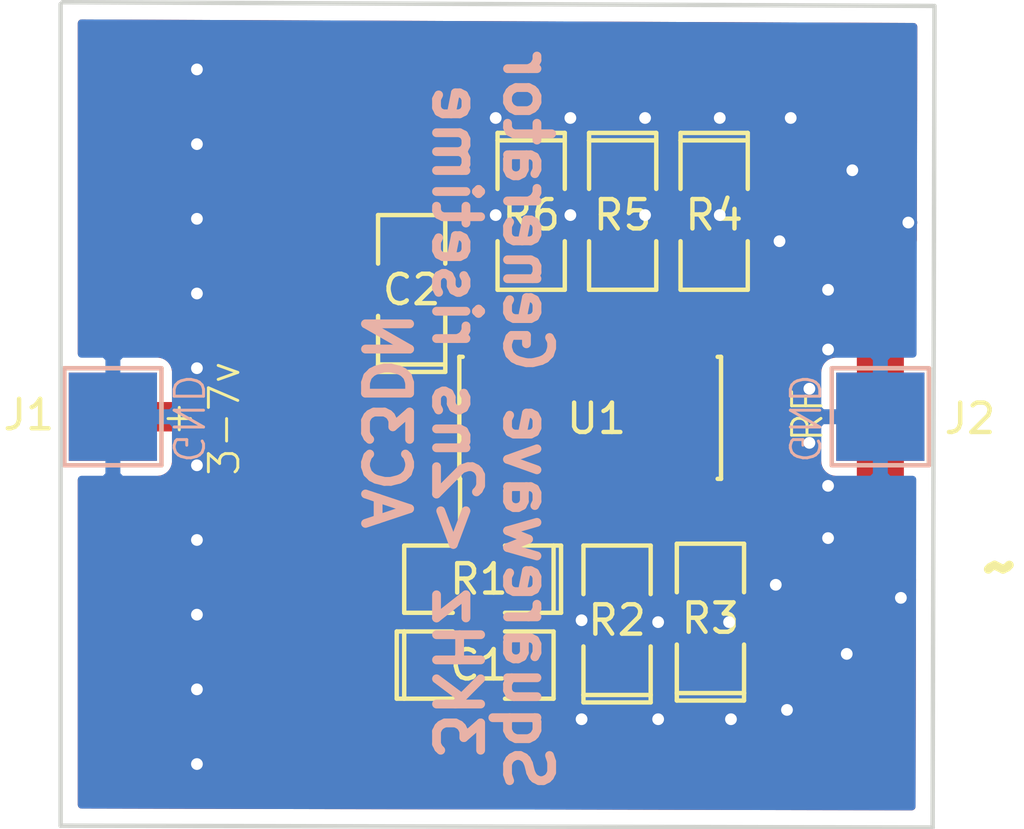
<source format=kicad_pcb>
(kicad_pcb (version 20171130) (host pcbnew "(5.0.1-3-g963ef8bb5)")

  (general
    (thickness 1.6)
    (drawings 10)
    (tracks 93)
    (zones 0)
    (modules 11)
    (nets 13)
  )

  (page A4)
  (layers
    (0 F.Cu signal)
    (31 B.Cu signal)
    (32 B.Adhes user)
    (33 F.Adhes user)
    (34 B.Paste user)
    (35 F.Paste user)
    (36 B.SilkS user)
    (37 F.SilkS user)
    (38 B.Mask user)
    (39 F.Mask user)
    (40 Dwgs.User user)
    (41 Cmts.User user)
    (42 Eco1.User user)
    (43 Eco2.User user)
    (44 Edge.Cuts user)
    (45 Margin user)
    (46 B.CrtYd user)
    (47 F.CrtYd user)
    (48 B.Fab user hide)
    (49 F.Fab user hide)
  )

  (setup
    (last_trace_width 1)
    (user_trace_width 1)
    (user_trace_width 1.6)
    (trace_clearance 0.2)
    (zone_clearance 0.508)
    (zone_45_only no)
    (trace_min 0.2)
    (segment_width 0.1)
    (edge_width 0.15)
    (via_size 0.6)
    (via_drill 0.4)
    (via_min_size 0.4)
    (via_min_drill 0.3)
    (uvia_size 0.3)
    (uvia_drill 0.1)
    (uvias_allowed no)
    (uvia_min_size 0.2)
    (uvia_min_drill 0.1)
    (pcb_text_width 0.3)
    (pcb_text_size 1.5 1.5)
    (mod_edge_width 0.15)
    (mod_text_size 1 1)
    (mod_text_width 0.15)
    (pad_size 1.5 0.6)
    (pad_drill 0)
    (pad_to_mask_clearance 0.2)
    (solder_mask_min_width 0.25)
    (aux_axis_origin 0 0)
    (visible_elements FFFFFF7F)
    (pcbplotparams
      (layerselection 0x010f0_ffffffff)
      (usegerberextensions true)
      (usegerberattributes false)
      (usegerberadvancedattributes false)
      (creategerberjobfile false)
      (excludeedgelayer true)
      (linewidth 0.100000)
      (plotframeref false)
      (viasonmask false)
      (mode 1)
      (useauxorigin false)
      (hpglpennumber 1)
      (hpglpenspeed 20)
      (hpglpendiameter 15.000000)
      (psnegative false)
      (psa4output false)
      (plotreference true)
      (plotvalue true)
      (plotinvisibletext false)
      (padsonsilk true)
      (subtractmaskfromsilk false)
      (outputformat 1)
      (mirror false)
      (drillshape 0)
      (scaleselection 1)
      (outputdirectory "/Users/r-w/git/SquareWaveGenerator/gerber/"))
  )

  (net 0 "")
  (net 1 "Net-(C1-Pad1)")
  (net 2 GND)
  (net 3 VCC)
  (net 4 "Net-(R1-Pad1)")
  (net 5 "Net-(R2-Pad2)")
  (net 6 "Net-(R3-Pad2)")
  (net 7 "Net-(R4-Pad2)")
  (net 8 "Net-(R5-Pad2)")
  (net 9 "Net-(R6-Pad2)")
  (net 10 /SIG)
  (net 11 "Net-(U1-Pad7)")
  (net 12 "Net-(U1-Pad14)")

  (net_class Default "This is the default net class."
    (clearance 0.2)
    (trace_width 0.25)
    (via_dia 0.6)
    (via_drill 0.4)
    (uvia_dia 0.3)
    (uvia_drill 0.1)
    (add_net /SIG)
    (add_net GND)
    (add_net "Net-(C1-Pad1)")
    (add_net "Net-(R1-Pad1)")
    (add_net "Net-(R2-Pad2)")
    (add_net "Net-(R3-Pad2)")
    (add_net "Net-(R4-Pad2)")
    (add_net "Net-(R5-Pad2)")
    (add_net "Net-(R6-Pad2)")
    (add_net "Net-(U1-Pad14)")
    (add_net "Net-(U1-Pad7)")
    (add_net VCC)
  )

  (module SquareGen:Power_RF_Pads (layer F.Cu) (tedit 5BF0F747) (tstamp 5BF0F0DC)
    (at 133.4135 132.9055)
    (path /5B7FAE96)
    (fp_text reference J1 (at -2.8575 -0.0635) (layer F.SilkS)
      (effects (font (size 1 1) (thickness 0.15)))
    )
    (fp_text value " " (at 0 -2.54) (layer F.Fab)
      (effects (font (size 1 1) (thickness 0.15)))
    )
    (fp_line (start -1.651 1.651) (end -1.651 -1.651) (layer B.SilkS) (width 0.15))
    (fp_line (start 1.651 1.651) (end -1.651 1.651) (layer B.SilkS) (width 0.15))
    (fp_line (start 1.651 -1.651) (end 1.651 1.651) (layer B.SilkS) (width 0.15))
    (fp_line (start -1.651 -1.651) (end 1.651 -1.651) (layer B.SilkS) (width 0.15))
    (fp_line (start -1.651 1.651) (end -1.651 -1.651) (layer F.SilkS) (width 0.15))
    (fp_line (start 1.651 1.651) (end -1.651 1.651) (layer F.SilkS) (width 0.15))
    (fp_line (start 1.651 -1.651) (end 1.651 1.651) (layer F.SilkS) (width 0.15))
    (fp_line (start -1.651 -1.651) (end 1.651 -1.651) (layer F.SilkS) (width 0.15))
    (pad 2 smd rect (at 0 0) (size 3 3) (layers B.Cu B.Paste B.Mask)
      (net 2 GND))
    (pad 1 smd rect (at 0 0) (size 3 3) (layers F.Cu F.Paste F.Mask)
      (net 3 VCC))
  )

  (module SquareGen:Power_RF_Pads (layer F.Cu) (tedit 5BF0F747) (tstamp 5BF0F0E2)
    (at 159.512 132.9055)
    (path /5B7FA589)
    (fp_text reference J2 (at 3.048 0.0635) (layer F.SilkS)
      (effects (font (size 1 1) (thickness 0.15)))
    )
    (fp_text value " " (at 0 -2.54) (layer F.Fab)
      (effects (font (size 1 1) (thickness 0.15)))
    )
    (fp_line (start -1.651 1.651) (end -1.651 -1.651) (layer B.SilkS) (width 0.15))
    (fp_line (start 1.651 1.651) (end -1.651 1.651) (layer B.SilkS) (width 0.15))
    (fp_line (start 1.651 -1.651) (end 1.651 1.651) (layer B.SilkS) (width 0.15))
    (fp_line (start -1.651 -1.651) (end 1.651 -1.651) (layer B.SilkS) (width 0.15))
    (fp_line (start -1.651 1.651) (end -1.651 -1.651) (layer F.SilkS) (width 0.15))
    (fp_line (start 1.651 1.651) (end -1.651 1.651) (layer F.SilkS) (width 0.15))
    (fp_line (start 1.651 -1.651) (end 1.651 1.651) (layer F.SilkS) (width 0.15))
    (fp_line (start -1.651 -1.651) (end 1.651 -1.651) (layer F.SilkS) (width 0.15))
    (pad 2 smd rect (at 0 0) (size 3 3) (layers B.Cu B.Paste B.Mask)
      (net 2 GND))
    (pad 1 smd rect (at 0 0) (size 3 3) (layers F.Cu F.Paste F.Mask)
      (net 10 /SIG))
  )

  (module SquareGen:SOIC-14_3.9x8.7mm_Pitch1.27mm (layer F.Cu) (tedit 574D9791) (tstamp 5B927D3C)
    (at 149.6441 132.9436 90)
    (descr "14-Lead Plastic Small Outline (SL) - Narrow, 3.90 mm Body [SOIC] (see Microchip Packaging Specification 00000049BS.pdf)")
    (tags "SOIC 1.27")
    (path /5B7F8018)
    (attr smd)
    (fp_text reference U1 (at -0.0254 0.2159 180) (layer F.SilkS)
      (effects (font (size 1 1) (thickness 0.15)))
    )
    (fp_text value 74AC14 (at 0 5.375 90) (layer F.Fab)
      (effects (font (size 1 1) (thickness 0.15)))
    )
    (fp_line (start -2.075 -4.425) (end -3.45 -4.425) (layer F.SilkS) (width 0.15))
    (fp_line (start -2.075 4.45) (end 2.075 4.45) (layer F.SilkS) (width 0.15))
    (fp_line (start -2.075 -4.45) (end 2.075 -4.45) (layer F.SilkS) (width 0.15))
    (fp_line (start -2.075 4.45) (end -2.075 4.335) (layer F.SilkS) (width 0.15))
    (fp_line (start 2.075 4.45) (end 2.075 4.335) (layer F.SilkS) (width 0.15))
    (fp_line (start 2.075 -4.45) (end 2.075 -4.335) (layer F.SilkS) (width 0.15))
    (fp_line (start -2.075 -4.45) (end -2.075 -4.425) (layer F.SilkS) (width 0.15))
    (fp_line (start -3.7 4.65) (end 3.7 4.65) (layer F.CrtYd) (width 0.05))
    (fp_line (start -3.7 -4.65) (end 3.7 -4.65) (layer F.CrtYd) (width 0.05))
    (fp_line (start 3.7 -4.65) (end 3.7 4.65) (layer F.CrtYd) (width 0.05))
    (fp_line (start -3.7 -4.65) (end -3.7 4.65) (layer F.CrtYd) (width 0.05))
    (fp_line (start -1.95 -3.35) (end -0.95 -4.35) (layer F.Fab) (width 0.15))
    (fp_line (start -1.95 4.35) (end -1.95 -3.35) (layer F.Fab) (width 0.15))
    (fp_line (start 1.95 4.35) (end -1.95 4.35) (layer F.Fab) (width 0.15))
    (fp_line (start 1.95 -4.35) (end 1.95 4.35) (layer F.Fab) (width 0.15))
    (fp_line (start -0.95 -4.35) (end 1.95 -4.35) (layer F.Fab) (width 0.15))
    (pad 14 smd rect (at 2.7 -3.81 90) (size 1.5 0.6) (layers F.Cu F.Paste F.Mask)
      (net 12 "Net-(U1-Pad14)"))
    (pad 13 smd rect (at 2.7 -2.54 90) (size 1.5 0.6) (layers F.Cu F.Paste F.Mask)
      (net 4 "Net-(R1-Pad1)"))
    (pad 12 smd rect (at 2.7 -1.27 90) (size 1.5 0.6) (layers F.Cu F.Paste F.Mask)
      (net 9 "Net-(R6-Pad2)"))
    (pad 11 smd rect (at 2.7 0 90) (size 1.5 0.6) (layers F.Cu F.Paste F.Mask)
      (net 4 "Net-(R1-Pad1)"))
    (pad 10 smd rect (at 2.7 1.27 90) (size 1.5 0.6) (layers F.Cu F.Paste F.Mask)
      (net 8 "Net-(R5-Pad2)"))
    (pad 9 smd rect (at 2.7 2.54 90) (size 1.5 0.6) (layers F.Cu F.Paste F.Mask)
      (net 4 "Net-(R1-Pad1)"))
    (pad 8 smd rect (at 2.7 3.81 90) (size 1.5 0.6) (layers F.Cu F.Paste F.Mask)
      (net 7 "Net-(R4-Pad2)"))
    (pad 7 smd rect (at -2.7 3.81 90) (size 1.5 0.6) (layers F.Cu F.Paste F.Mask)
      (net 11 "Net-(U1-Pad7)"))
    (pad 6 smd rect (at -2.7 2.54 90) (size 1.5 0.6) (layers F.Cu F.Paste F.Mask)
      (net 6 "Net-(R3-Pad2)"))
    (pad 5 smd rect (at -2.7 1.27 90) (size 1.5 0.6) (layers F.Cu F.Paste F.Mask)
      (net 4 "Net-(R1-Pad1)"))
    (pad 4 smd rect (at -2.7 0 90) (size 1.5 0.6) (layers F.Cu F.Paste F.Mask)
      (net 5 "Net-(R2-Pad2)"))
    (pad 3 smd rect (at -2.7 -1.27 90) (size 1.5 0.6) (layers F.Cu F.Paste F.Mask)
      (net 4 "Net-(R1-Pad1)"))
    (pad 2 smd rect (at -2.7 -2.54 90) (size 1.5 0.6) (layers F.Cu F.Paste F.Mask)
      (net 4 "Net-(R1-Pad1)"))
    (pad 1 smd rect (at -2.7 -3.81 90) (size 1.5 0.6) (layers F.Cu F.Paste F.Mask)
      (net 1 "Net-(C1-Pad1)"))
    (model Housings_SOIC.3dshapes/SOIC-14_3.9x8.7mm_Pitch1.27mm.wrl
      (at (xyz 0 0 0))
      (scale (xyz 1 1 1))
      (rotate (xyz 0 0 0))
    )
  )

  (module SMD_Packages:SMD-1206_Pol (layer F.Cu) (tedit 0) (tstamp 5B927CB1)
    (at 145.8595 141.351)
    (path /5B7F86A6)
    (attr smd)
    (fp_text reference C1 (at 0 0) (layer F.SilkS)
      (effects (font (size 1 1) (thickness 0.15)))
    )
    (fp_text value 47nF (at 0 0) (layer F.Fab)
      (effects (font (size 1 1) (thickness 0.15)))
    )
    (fp_line (start -2.54 -1.143) (end -2.794 -1.143) (layer F.SilkS) (width 0.15))
    (fp_line (start -2.794 -1.143) (end -2.794 1.143) (layer F.SilkS) (width 0.15))
    (fp_line (start -2.794 1.143) (end -2.54 1.143) (layer F.SilkS) (width 0.15))
    (fp_line (start -2.54 -1.143) (end -2.54 1.143) (layer F.SilkS) (width 0.15))
    (fp_line (start -2.54 1.143) (end -0.889 1.143) (layer F.SilkS) (width 0.15))
    (fp_line (start 0.889 -1.143) (end 2.54 -1.143) (layer F.SilkS) (width 0.15))
    (fp_line (start 2.54 -1.143) (end 2.54 1.143) (layer F.SilkS) (width 0.15))
    (fp_line (start 2.54 1.143) (end 0.889 1.143) (layer F.SilkS) (width 0.15))
    (fp_line (start -0.889 -1.143) (end -2.54 -1.143) (layer F.SilkS) (width 0.15))
    (pad 1 smd rect (at -1.651 0) (size 1.524 2.032) (layers F.Cu F.Paste F.Mask)
      (net 1 "Net-(C1-Pad1)"))
    (pad 2 smd rect (at 1.651 0) (size 1.524 2.032) (layers F.Cu F.Paste F.Mask)
      (net 2 GND))
    (model SMD_Packages.3dshapes/SMD-1206_Pol.wrl
      (at (xyz 0 0 0))
      (scale (xyz 0.17 0.16 0.16))
      (rotate (xyz 0 0 0))
    )
  )

  (module SMD_Packages:SMD-1206_Pol (layer F.Cu) (tedit 5B7FB78C) (tstamp 5B927CC0)
    (at 143.5735 128.5875 90)
    (path /5B7F871E)
    (attr smd)
    (fp_text reference C2 (at 0 0 -180) (layer F.SilkS)
      (effects (font (size 1 1) (thickness 0.15)))
    )
    (fp_text value 100nF (at 0 0 90) (layer F.Fab)
      (effects (font (size 1 1) (thickness 0.15)))
    )
    (fp_line (start -2.54 -1.143) (end -2.794 -1.143) (layer F.SilkS) (width 0.15))
    (fp_line (start -2.794 -1.143) (end -2.794 1.143) (layer F.SilkS) (width 0.15))
    (fp_line (start -2.794 1.143) (end -2.54 1.143) (layer F.SilkS) (width 0.15))
    (fp_line (start -2.54 -1.143) (end -2.54 1.143) (layer F.SilkS) (width 0.15))
    (fp_line (start -2.54 1.143) (end -0.889 1.143) (layer F.SilkS) (width 0.15))
    (fp_line (start 0.889 -1.143) (end 2.54 -1.143) (layer F.SilkS) (width 0.15))
    (fp_line (start 2.54 -1.143) (end 2.54 1.143) (layer F.SilkS) (width 0.15))
    (fp_line (start 2.54 1.143) (end 0.889 1.143) (layer F.SilkS) (width 0.15))
    (fp_line (start -0.889 -1.143) (end -2.54 -1.143) (layer F.SilkS) (width 0.15))
    (pad 1 smd rect (at -1.651 0 90) (size 1.524 2.032) (layers F.Cu F.Paste F.Mask)
      (net 3 VCC))
    (pad 2 smd rect (at 1.651 0 90) (size 1.524 2.032) (layers F.Cu F.Paste F.Mask)
      (net 2 GND))
    (model SMD_Packages.3dshapes/SMD-1206_Pol.wrl
      (at (xyz 0 0 0))
      (scale (xyz 0.17 0.16 0.16))
      (rotate (xyz 0 0 0))
    )
  )

  (module SMD_Packages:SMD-1206_Pol (layer F.Cu) (tedit 0) (tstamp 5B927CCF)
    (at 145.8595 138.43 180)
    (path /5B7F8289)
    (attr smd)
    (fp_text reference R1 (at 0 0 180) (layer F.SilkS)
      (effects (font (size 1 1) (thickness 0.15)))
    )
    (fp_text value 6.8K (at 0 0 180) (layer F.Fab)
      (effects (font (size 1 1) (thickness 0.15)))
    )
    (fp_line (start -2.54 -1.143) (end -2.794 -1.143) (layer F.SilkS) (width 0.15))
    (fp_line (start -2.794 -1.143) (end -2.794 1.143) (layer F.SilkS) (width 0.15))
    (fp_line (start -2.794 1.143) (end -2.54 1.143) (layer F.SilkS) (width 0.15))
    (fp_line (start -2.54 -1.143) (end -2.54 1.143) (layer F.SilkS) (width 0.15))
    (fp_line (start -2.54 1.143) (end -0.889 1.143) (layer F.SilkS) (width 0.15))
    (fp_line (start 0.889 -1.143) (end 2.54 -1.143) (layer F.SilkS) (width 0.15))
    (fp_line (start 2.54 -1.143) (end 2.54 1.143) (layer F.SilkS) (width 0.15))
    (fp_line (start 2.54 1.143) (end 0.889 1.143) (layer F.SilkS) (width 0.15))
    (fp_line (start -0.889 -1.143) (end -2.54 -1.143) (layer F.SilkS) (width 0.15))
    (pad 1 smd rect (at -1.651 0 180) (size 1.524 2.032) (layers F.Cu F.Paste F.Mask)
      (net 4 "Net-(R1-Pad1)"))
    (pad 2 smd rect (at 1.651 0 180) (size 1.524 2.032) (layers F.Cu F.Paste F.Mask)
      (net 1 "Net-(C1-Pad1)"))
    (model SMD_Packages.3dshapes/SMD-1206_Pol.wrl
      (at (xyz 0 0 0))
      (scale (xyz 0.17 0.16 0.16))
      (rotate (xyz 0 0 0))
    )
  )

  (module SMD_Packages:SMD-1206_Pol (layer F.Cu) (tedit 5B7FB775) (tstamp 5B927CDE)
    (at 150.5585 139.827 90)
    (path /5B7F8185)
    (attr smd)
    (fp_text reference R2 (at 0 0 180) (layer F.SilkS)
      (effects (font (size 1 1) (thickness 0.15)))
    )
    (fp_text value 220 (at 0 0 90) (layer F.Fab)
      (effects (font (size 1 1) (thickness 0.15)))
    )
    (fp_line (start -2.54 -1.143) (end -2.794 -1.143) (layer F.SilkS) (width 0.15))
    (fp_line (start -2.794 -1.143) (end -2.794 1.143) (layer F.SilkS) (width 0.15))
    (fp_line (start -2.794 1.143) (end -2.54 1.143) (layer F.SilkS) (width 0.15))
    (fp_line (start -2.54 -1.143) (end -2.54 1.143) (layer F.SilkS) (width 0.15))
    (fp_line (start -2.54 1.143) (end -0.889 1.143) (layer F.SilkS) (width 0.15))
    (fp_line (start 0.889 -1.143) (end 2.54 -1.143) (layer F.SilkS) (width 0.15))
    (fp_line (start 2.54 -1.143) (end 2.54 1.143) (layer F.SilkS) (width 0.15))
    (fp_line (start 2.54 1.143) (end 0.889 1.143) (layer F.SilkS) (width 0.15))
    (fp_line (start -0.889 -1.143) (end -2.54 -1.143) (layer F.SilkS) (width 0.15))
    (pad 1 smd rect (at -1.651 0 90) (size 1.524 2.032) (layers F.Cu F.Paste F.Mask)
      (net 10 /SIG))
    (pad 2 smd rect (at 1.651 0 90) (size 1.524 2.032) (layers F.Cu F.Paste F.Mask)
      (net 5 "Net-(R2-Pad2)"))
    (model SMD_Packages.3dshapes/SMD-1206_Pol.wrl
      (at (xyz 0 0 0))
      (scale (xyz 0.17 0.16 0.16))
      (rotate (xyz 0 0 0))
    )
  )

  (module SMD_Packages:SMD-1206_Pol (layer F.Cu) (tedit 5B7FB778) (tstamp 5B927CED)
    (at 153.7335 139.7635 90)
    (path /5B7F8BDE)
    (attr smd)
    (fp_text reference R3 (at 0 0 180) (layer F.SilkS)
      (effects (font (size 1 1) (thickness 0.15)))
    )
    (fp_text value 220 (at 0 0 90) (layer F.Fab)
      (effects (font (size 1 1) (thickness 0.15)))
    )
    (fp_line (start -2.54 -1.143) (end -2.794 -1.143) (layer F.SilkS) (width 0.15))
    (fp_line (start -2.794 -1.143) (end -2.794 1.143) (layer F.SilkS) (width 0.15))
    (fp_line (start -2.794 1.143) (end -2.54 1.143) (layer F.SilkS) (width 0.15))
    (fp_line (start -2.54 -1.143) (end -2.54 1.143) (layer F.SilkS) (width 0.15))
    (fp_line (start -2.54 1.143) (end -0.889 1.143) (layer F.SilkS) (width 0.15))
    (fp_line (start 0.889 -1.143) (end 2.54 -1.143) (layer F.SilkS) (width 0.15))
    (fp_line (start 2.54 -1.143) (end 2.54 1.143) (layer F.SilkS) (width 0.15))
    (fp_line (start 2.54 1.143) (end 0.889 1.143) (layer F.SilkS) (width 0.15))
    (fp_line (start -0.889 -1.143) (end -2.54 -1.143) (layer F.SilkS) (width 0.15))
    (pad 1 smd rect (at -1.651 0 90) (size 1.524 2.032) (layers F.Cu F.Paste F.Mask)
      (net 10 /SIG))
    (pad 2 smd rect (at 1.651 0 90) (size 1.524 2.032) (layers F.Cu F.Paste F.Mask)
      (net 6 "Net-(R3-Pad2)"))
    (model SMD_Packages.3dshapes/SMD-1206_Pol.wrl
      (at (xyz 0 0 0))
      (scale (xyz 0.17 0.16 0.16))
      (rotate (xyz 0 0 0))
    )
  )

  (module SMD_Packages:SMD-1206_Pol (layer F.Cu) (tedit 5B7FB787) (tstamp 5B927CFC)
    (at 153.8605 126.0475 270)
    (path /5B7F8C0E)
    (attr smd)
    (fp_text reference R4 (at 0 0) (layer F.SilkS)
      (effects (font (size 1 1) (thickness 0.15)))
    )
    (fp_text value 220 (at 0 0 270) (layer F.Fab)
      (effects (font (size 1 1) (thickness 0.15)))
    )
    (fp_line (start -2.54 -1.143) (end -2.794 -1.143) (layer F.SilkS) (width 0.15))
    (fp_line (start -2.794 -1.143) (end -2.794 1.143) (layer F.SilkS) (width 0.15))
    (fp_line (start -2.794 1.143) (end -2.54 1.143) (layer F.SilkS) (width 0.15))
    (fp_line (start -2.54 -1.143) (end -2.54 1.143) (layer F.SilkS) (width 0.15))
    (fp_line (start -2.54 1.143) (end -0.889 1.143) (layer F.SilkS) (width 0.15))
    (fp_line (start 0.889 -1.143) (end 2.54 -1.143) (layer F.SilkS) (width 0.15))
    (fp_line (start 2.54 -1.143) (end 2.54 1.143) (layer F.SilkS) (width 0.15))
    (fp_line (start 2.54 1.143) (end 0.889 1.143) (layer F.SilkS) (width 0.15))
    (fp_line (start -0.889 -1.143) (end -2.54 -1.143) (layer F.SilkS) (width 0.15))
    (pad 1 smd rect (at -1.651 0 270) (size 1.524 2.032) (layers F.Cu F.Paste F.Mask)
      (net 10 /SIG))
    (pad 2 smd rect (at 1.651 0 270) (size 1.524 2.032) (layers F.Cu F.Paste F.Mask)
      (net 7 "Net-(R4-Pad2)"))
    (model SMD_Packages.3dshapes/SMD-1206_Pol.wrl
      (at (xyz 0 0 0))
      (scale (xyz 0.17 0.16 0.16))
      (rotate (xyz 0 0 0))
    )
  )

  (module SMD_Packages:SMD-1206_Pol (layer F.Cu) (tedit 5B7FB784) (tstamp 5B927D0B)
    (at 150.749 126.0475 270)
    (path /5B7F8C6D)
    (attr smd)
    (fp_text reference R5 (at 0 0) (layer F.SilkS)
      (effects (font (size 1 1) (thickness 0.15)))
    )
    (fp_text value 220 (at 0 0 270) (layer F.Fab)
      (effects (font (size 1 1) (thickness 0.15)))
    )
    (fp_line (start -2.54 -1.143) (end -2.794 -1.143) (layer F.SilkS) (width 0.15))
    (fp_line (start -2.794 -1.143) (end -2.794 1.143) (layer F.SilkS) (width 0.15))
    (fp_line (start -2.794 1.143) (end -2.54 1.143) (layer F.SilkS) (width 0.15))
    (fp_line (start -2.54 -1.143) (end -2.54 1.143) (layer F.SilkS) (width 0.15))
    (fp_line (start -2.54 1.143) (end -0.889 1.143) (layer F.SilkS) (width 0.15))
    (fp_line (start 0.889 -1.143) (end 2.54 -1.143) (layer F.SilkS) (width 0.15))
    (fp_line (start 2.54 -1.143) (end 2.54 1.143) (layer F.SilkS) (width 0.15))
    (fp_line (start 2.54 1.143) (end 0.889 1.143) (layer F.SilkS) (width 0.15))
    (fp_line (start -0.889 -1.143) (end -2.54 -1.143) (layer F.SilkS) (width 0.15))
    (pad 1 smd rect (at -1.651 0 270) (size 1.524 2.032) (layers F.Cu F.Paste F.Mask)
      (net 10 /SIG))
    (pad 2 smd rect (at 1.651 0 270) (size 1.524 2.032) (layers F.Cu F.Paste F.Mask)
      (net 8 "Net-(R5-Pad2)"))
    (model SMD_Packages.3dshapes/SMD-1206_Pol.wrl
      (at (xyz 0 0 0))
      (scale (xyz 0.17 0.16 0.16))
      (rotate (xyz 0 0 0))
    )
  )

  (module SMD_Packages:SMD-1206_Pol (layer F.Cu) (tedit 5B7FB77B) (tstamp 5B927D1A)
    (at 147.6375 126.0475 270)
    (path /5B7F8C3F)
    (attr smd)
    (fp_text reference R6 (at 0 0) (layer F.SilkS)
      (effects (font (size 1 1) (thickness 0.15)))
    )
    (fp_text value 220 (at 0 0 270) (layer F.Fab)
      (effects (font (size 1 1) (thickness 0.15)))
    )
    (fp_line (start -2.54 -1.143) (end -2.794 -1.143) (layer F.SilkS) (width 0.15))
    (fp_line (start -2.794 -1.143) (end -2.794 1.143) (layer F.SilkS) (width 0.15))
    (fp_line (start -2.794 1.143) (end -2.54 1.143) (layer F.SilkS) (width 0.15))
    (fp_line (start -2.54 -1.143) (end -2.54 1.143) (layer F.SilkS) (width 0.15))
    (fp_line (start -2.54 1.143) (end -0.889 1.143) (layer F.SilkS) (width 0.15))
    (fp_line (start 0.889 -1.143) (end 2.54 -1.143) (layer F.SilkS) (width 0.15))
    (fp_line (start 2.54 -1.143) (end 2.54 1.143) (layer F.SilkS) (width 0.15))
    (fp_line (start 2.54 1.143) (end 0.889 1.143) (layer F.SilkS) (width 0.15))
    (fp_line (start -0.889 -1.143) (end -2.54 -1.143) (layer F.SilkS) (width 0.15))
    (pad 1 smd rect (at -1.651 0 270) (size 1.524 2.032) (layers F.Cu F.Paste F.Mask)
      (net 10 /SIG))
    (pad 2 smd rect (at 1.651 0 270) (size 1.524 2.032) (layers F.Cu F.Paste F.Mask)
      (net 9 "Net-(R6-Pad2)"))
    (model SMD_Packages.3dshapes/SMD-1206_Pol.wrl
      (at (xyz 0 0 0))
      (scale (xyz 0.17 0.16 0.16))
      (rotate (xyz 0 0 0))
    )
  )

  (gr_text RF (at 157.0355 132.842 90) (layer F.SilkS)
    (effects (font (size 1 1) (thickness 0.1)))
  )
  (gr_text GND (at 156.9085 132.969 270) (layer B.SilkS) (tstamp 5BF0F9A1)
    (effects (font (size 1 1) (thickness 0.1)) (justify mirror))
  )
  (gr_text GND (at 135.9535 132.969 270) (layer B.SilkS)
    (effects (font (size 1 1) (thickness 0.1)) (justify mirror))
  )
  (gr_text "Squarewave Generator\n3KHz <2ns risetime\nAC3DN" (at 145.0975 133.0325 -90) (layer B.SilkS)
    (effects (font (size 1.5 1.5) (thickness 0.3)) (justify mirror))
  )
  (gr_text ~ (at 163.576 137.9855) (layer F.SilkS)
    (effects (font (size 1.5 1.5) (thickness 0.3)))
  )
  (gr_text "+\n3-7v" (at 136.398 132.969 90) (layer F.SilkS)
    (effects (font (size 1 1) (thickness 0.1)))
  )
  (gr_line (start 131.6355 146.812) (end 131.6355 118.872) (angle 90) (layer Edge.Cuts) (width 0.15))
  (gr_line (start 161.29 146.8755) (end 131.6355 146.812) (angle 90) (layer Edge.Cuts) (width 0.15))
  (gr_line (start 161.3535 118.9355) (end 161.29 146.8755) (angle 90) (layer Edge.Cuts) (width 0.15))
  (gr_line (start 131.699 118.8085) (end 161.29 118.9355) (angle 90) (layer Edge.Cuts) (width 0.15))

  (segment (start 144.2085 141.224) (end 144.3355 141.351) (width 0.25) (layer F.Cu) (net 1) (tstamp 5B92ECB8))
  (segment (start 144.6276 138.0109) (end 144.2085 138.43) (width 0.25) (layer F.Cu) (net 1) (tstamp 5B92ECB2))
  (segment (start 144.5341 135.6436) (end 144.2085 135.9692) (width 1) (layer F.Cu) (net 1))
  (segment (start 144.2085 135.9692) (end 144.2085 138.43) (width 1) (layer F.Cu) (net 1))
  (segment (start 145.8341 135.6436) (end 144.5341 135.6436) (width 1) (layer F.Cu) (net 1))
  (segment (start 144.2085 138.43) (end 144.2085 141.351) (width 1.6) (layer F.Cu) (net 1))
  (via (at 136.271 131.2545) (size 0.6) (drill 0.4) (layers F.Cu B.Cu) (net 2))
  (via (at 136.271 128.7145) (size 0.6) (drill 0.4) (layers F.Cu B.Cu) (net 2))
  (via (at 136.271 126.1745) (size 0.6) (drill 0.4) (layers F.Cu B.Cu) (net 2))
  (via (at 136.271 123.6345) (size 0.6) (drill 0.4) (layers F.Cu B.Cu) (net 2))
  (via (at 136.271 121.0945) (size 0.6) (drill 0.4) (layers F.Cu B.Cu) (net 2))
  (via (at 136.271 134.5565) (size 0.6) (drill 0.4) (layers F.Cu B.Cu) (net 2))
  (via (at 136.271 137.0965) (size 0.6) (drill 0.4) (layers F.Cu B.Cu) (net 2))
  (via (at 136.271 139.6365) (size 0.6) (drill 0.4) (layers F.Cu B.Cu) (net 2))
  (via (at 136.271 142.1765) (size 0.6) (drill 0.4) (layers F.Cu B.Cu) (net 2))
  (via (at 136.271 144.7165) (size 0.6) (drill 0.4) (layers F.Cu B.Cu) (net 2))
  (via (at 146.431 122.7455) (size 0.6) (drill 0.4) (layers F.Cu B.Cu) (net 2))
  (via (at 148.971 122.7455) (size 0.6) (drill 0.4) (layers F.Cu B.Cu) (net 2))
  (via (at 151.511 122.7455) (size 0.6) (drill 0.4) (layers F.Cu B.Cu) (net 2))
  (via (at 154.051 122.7455) (size 0.6) (drill 0.4) (layers F.Cu B.Cu) (net 2))
  (via (at 149.352 143.1925) (size 0.6) (drill 0.4) (layers F.Cu B.Cu) (net 2))
  (via (at 151.9555 143.1925) (size 0.6) (drill 0.4) (layers F.Cu B.Cu) (net 2))
  (via (at 154.432 143.1925) (size 0.6) (drill 0.4) (layers F.Cu B.Cu) (net 2))
  (via (at 146.431 126.0475) (size 0.6) (drill 0.4) (layers F.Cu B.Cu) (net 2))
  (via (at 148.971 126.0475) (size 0.6) (drill 0.4) (layers F.Cu B.Cu) (net 2))
  (via (at 151.511 126.0475) (size 0.6) (drill 0.4) (layers F.Cu B.Cu) (net 2))
  (via (at 154.051 126.0475) (size 0.6) (drill 0.4) (layers F.Cu B.Cu) (net 2))
  (via (at 149.352 139.827) (size 0.6) (drill 0.4) (layers F.Cu B.Cu) (net 2))
  (via (at 151.9555 139.8905) (size 0.6) (drill 0.4) (layers F.Cu B.Cu) (net 2))
  (via (at 154.3685 139.8905) (size 0.6) (drill 0.4) (layers F.Cu B.Cu) (net 2))
  (via (at 155.956 138.6205) (size 0.6) (drill 0.4) (layers F.Cu B.Cu) (net 2))
  (via (at 157.734 137.033) (size 0.6) (drill 0.4) (layers F.Cu B.Cu) (net 2))
  (via (at 157.734 135.255) (size 0.6) (drill 0.4) (layers F.Cu B.Cu) (net 2))
  (via (at 157.734 130.6195) (size 0.6) (drill 0.4) (layers F.Cu B.Cu) (net 2))
  (via (at 157.734 128.5875) (size 0.6) (drill 0.4) (layers F.Cu B.Cu) (net 2))
  (via (at 156.083 126.9365) (size 0.6) (drill 0.4) (layers F.Cu B.Cu) (net 2))
  (via (at 157.099 131.953) (size 0.6) (drill 0.4) (layers F.Cu B.Cu) (net 2))
  (via (at 157.099 133.7945) (size 0.6) (drill 0.4) (layers F.Cu B.Cu) (net 2))
  (via (at 156.464 122.7455) (size 0.6) (drill 0.4) (layers F.Cu B.Cu) (net 2))
  (via (at 158.5595 124.5235) (size 0.6) (drill 0.4) (layers F.Cu B.Cu) (net 2))
  (via (at 160.4645 126.3015) (size 0.6) (drill 0.4) (layers F.Cu B.Cu) (net 2))
  (via (at 156.337 142.875) (size 0.6) (drill 0.4) (layers F.Cu B.Cu) (net 2))
  (via (at 158.369 140.97) (size 0.6) (drill 0.4) (layers F.Cu B.Cu) (net 2))
  (via (at 160.2105 139.065) (size 0.6) (drill 0.4) (layers F.Cu B.Cu) (net 2))
  (segment (start 133.4135 132.9055) (end 137.414 132.9055) (width 1) (layer F.Cu) (net 3))
  (segment (start 140.081 130.2385) (end 143.5735 130.2385) (width 1) (layer F.Cu) (net 3))
  (segment (start 137.414 132.9055) (end 140.081 130.2385) (width 1) (layer F.Cu) (net 3))
  (segment (start 147.5105 138.43) (end 147.5105 137.4775) (width 1) (layer F.Cu) (net 4))
  (segment (start 147.1041 137.3936) (end 147.1041 135.6436) (width 1) (layer F.Cu) (net 4))
  (segment (start 147.188 137.4775) (end 147.1041 137.3936) (width 1) (layer F.Cu) (net 4))
  (segment (start 147.5105 137.4775) (end 147.188 137.4775) (width 1) (layer F.Cu) (net 4))
  (segment (start 151.774101 131.693601) (end 152.1841 131.283602) (width 1) (layer F.Cu) (net 4))
  (segment (start 147.1041 131.283602) (end 147.514099 131.693601) (width 1) (layer F.Cu) (net 4))
  (segment (start 152.1841 131.283602) (end 152.1841 130.2436) (width 1) (layer F.Cu) (net 4))
  (segment (start 147.1041 130.2436) (end 147.1041 131.283602) (width 1) (layer F.Cu) (net 4))
  (segment (start 149.6441 130.2436) (end 149.6441 131.668201) (width 1) (layer F.Cu) (net 4))
  (segment (start 149.6695 131.693601) (end 151.774101 131.693601) (width 1) (layer F.Cu) (net 4))
  (segment (start 149.6441 131.668201) (end 149.6695 131.693601) (width 1) (layer F.Cu) (net 4))
  (segment (start 147.514099 131.693601) (end 149.6695 131.693601) (width 1) (layer F.Cu) (net 4))
  (segment (start 147.1041 134.112) (end 147.1041 130.2436) (width 1) (layer F.Cu) (net 4))
  (segment (start 147.1041 135.6436) (end 147.1041 134.112) (width 1) (layer F.Cu) (net 4))
  (segment (start 150.9141 134.603598) (end 150.422502 134.112) (width 1) (layer F.Cu) (net 4))
  (segment (start 150.9141 135.6436) (end 150.9141 134.603598) (width 1) (layer F.Cu) (net 4))
  (segment (start 150.9141 133.2636) (end 150.9141 133.8936) (width 1) (layer F.Cu) (net 4))
  (segment (start 150.9141 133.8936) (end 150.9141 135.6436) (width 1) (layer F.Cu) (net 4))
  (segment (start 152.1841 131.9936) (end 150.9141 133.2636) (width 1) (layer F.Cu) (net 4))
  (segment (start 152.1841 130.2436) (end 152.1841 131.9936) (width 1) (layer F.Cu) (net 4))
  (segment (start 147.1041 135.6436) (end 148.3741 135.6436) (width 1) (layer F.Cu) (net 4))
  (segment (start 148.3741 134.1374) (end 148.3995 134.112) (width 1) (layer F.Cu) (net 4))
  (segment (start 148.3741 135.6436) (end 148.3741 134.1374) (width 1) (layer F.Cu) (net 4))
  (segment (start 148.3995 134.112) (end 147.1041 134.112) (width 1) (layer F.Cu) (net 4))
  (segment (start 150.422502 134.112) (end 148.3995 134.112) (width 1) (layer F.Cu) (net 4))
  (segment (start 149.6441 137.2616) (end 150.5585 138.176) (width 1) (layer F.Cu) (net 5))
  (segment (start 149.6441 135.6436) (end 149.6441 137.2616) (width 1) (layer F.Cu) (net 5))
  (segment (start 152.1841 136.5631) (end 153.7335 138.1125) (width 1) (layer F.Cu) (net 6))
  (segment (start 152.1841 135.6436) (end 152.1841 136.5631) (width 1) (layer F.Cu) (net 6))
  (segment (start 153.4541 128.1049) (end 153.8605 127.6985) (width 1) (layer F.Cu) (net 7))
  (segment (start 153.4541 130.2436) (end 153.4541 128.1049) (width 1) (layer F.Cu) (net 7))
  (segment (start 150.9141 127.8636) (end 150.749 127.6985) (width 1) (layer F.Cu) (net 8))
  (segment (start 150.9141 130.2436) (end 150.9141 127.8636) (width 1) (layer F.Cu) (net 8))
  (segment (start 147.6375 127.6985) (end 147.6375 128.27) (width 0.25) (layer F.Cu) (net 9))
  (segment (start 148.3741 128.4351) (end 147.6375 127.6985) (width 1) (layer F.Cu) (net 9))
  (segment (start 148.3741 130.2436) (end 148.3741 128.4351) (width 1) (layer F.Cu) (net 9))
  (segment (start 147.6375 124.3965) (end 150.749 124.3965) (width 1.6) (layer F.Cu) (net 10))
  (segment (start 150.749 124.3965) (end 153.8605 124.3965) (width 1.6) (layer F.Cu) (net 10))
  (segment (start 153.67 141.478) (end 153.7335 141.4145) (width 1.6) (layer F.Cu) (net 10))
  (segment (start 150.5585 141.478) (end 153.67 141.478) (width 1.6) (layer F.Cu) (net 10))
  (segment (start 159.512 137.4775) (end 159.512 132.9055) (width 1.6) (layer F.Cu) (net 10))
  (segment (start 155.575 141.4145) (end 159.512 137.4775) (width 1.6) (layer F.Cu) (net 10))
  (segment (start 153.7335 141.4145) (end 155.575 141.4145) (width 1.6) (layer F.Cu) (net 10))
  (segment (start 159.512 127.8255) (end 159.512 132.9055) (width 1.6) (layer F.Cu) (net 10))
  (segment (start 156.083 124.3965) (end 159.512 127.8255) (width 1.6) (layer F.Cu) (net 10))
  (segment (start 153.8605 124.3965) (end 156.083 124.3965) (width 1.6) (layer F.Cu) (net 10))

  (zone (net 2) (net_name GND) (layer F.Cu) (tstamp 5BF0FDA7) (hatch edge 0.508)
    (connect_pads (clearance 0.508))
    (min_thickness 0.254)
    (fill yes (arc_segments 16) (thermal_gap 0.508) (thermal_bridge_width 0.508))
    (polygon
      (pts
        (xy 131.6355 118.872) (xy 161.29 118.97684) (xy 161.38525 146.8755) (xy 131.73075 146.7485)
      )
    )
    (filled_polygon
      (pts
        (xy 142.099691 131.458309) (xy 142.309735 131.598657) (xy 142.5575 131.64794) (xy 144.5895 131.64794) (xy 144.837265 131.598657)
        (xy 145.047309 131.458309) (xy 145.064105 131.433172) (xy 145.076291 131.451409) (xy 145.286335 131.591757) (xy 145.5341 131.64104)
        (xy 145.969101 131.64104) (xy 145.9691 134.000216) (xy 145.946865 134.112) (xy 145.9691 134.223782) (xy 145.9691 134.24616)
        (xy 145.5341 134.24616) (xy 145.286335 134.295443) (xy 145.076291 134.435791) (xy 145.027641 134.5086) (xy 144.645883 134.5086)
        (xy 144.5341 134.486365) (xy 144.422317 134.5086) (xy 144.091245 134.574454) (xy 143.715811 134.825311) (xy 143.652487 134.920082)
        (xy 143.484982 135.087587) (xy 143.390211 135.150911) (xy 143.166842 135.485207) (xy 143.139354 135.526346) (xy 143.051265 135.9692)
        (xy 143.0735 136.080983) (xy 143.0735 136.899523) (xy 142.988691 136.956191) (xy 142.848343 137.166235) (xy 142.79906 137.414)
        (xy 142.79906 138.160169) (xy 142.7735 138.288668) (xy 142.773501 141.492333) (xy 142.79906 141.620827) (xy 142.79906 142.367)
        (xy 142.848343 142.614765) (xy 142.988691 142.824809) (xy 143.198735 142.965157) (xy 143.4465 143.01444) (xy 144.9705 143.01444)
        (xy 145.218265 142.965157) (xy 145.428309 142.824809) (xy 145.568657 142.614765) (xy 145.61794 142.367) (xy 145.61794 141.63675)
        (xy 146.1135 141.63675) (xy 146.1135 142.49331) (xy 146.210173 142.726699) (xy 146.388802 142.905327) (xy 146.622191 143.002)
        (xy 147.22475 143.002) (xy 147.3835 142.84325) (xy 147.3835 141.478) (xy 146.27225 141.478) (xy 146.1135 141.63675)
        (xy 145.61794 141.63675) (xy 145.61794 141.620832) (xy 145.6435 141.492333) (xy 145.6435 138.288667) (xy 145.61794 138.160168)
        (xy 145.61794 137.414) (xy 145.568657 137.166235) (xy 145.477478 137.029777) (xy 145.5341 137.04104) (xy 145.9691 137.04104)
        (xy 145.9691 137.281817) (xy 145.946865 137.3936) (xy 145.991667 137.618833) (xy 146.034954 137.836454) (xy 146.10106 137.935389)
        (xy 146.10106 139.446) (xy 146.150343 139.693765) (xy 146.287076 139.898399) (xy 146.210173 139.975301) (xy 146.1135 140.20869)
        (xy 146.1135 141.06525) (xy 146.27225 141.224) (xy 147.3835 141.224) (xy 147.3835 141.204) (xy 147.6375 141.204)
        (xy 147.6375 141.224) (xy 147.6575 141.224) (xy 147.6575 141.478) (xy 147.6375 141.478) (xy 147.6375 142.84325)
        (xy 147.79625 143.002) (xy 148.398809 143.002) (xy 148.632198 142.905327) (xy 148.810827 142.726699) (xy 148.9075 142.49331)
        (xy 148.9075 142.302541) (xy 148.944343 142.487765) (xy 149.084691 142.697809) (xy 149.294735 142.838157) (xy 149.5425 142.88744)
        (xy 150.288668 142.88744) (xy 150.417167 142.913) (xy 153.528672 142.913) (xy 153.67 142.941112) (xy 153.811328 142.913)
        (xy 153.811333 142.913) (xy 154.130569 142.8495) (xy 155.433672 142.8495) (xy 155.575 142.877612) (xy 155.716328 142.8495)
        (xy 155.716333 142.8495) (xy 156.134909 142.76624) (xy 156.609577 142.449077) (xy 156.689638 142.329257) (xy 160.426761 138.592135)
        (xy 160.546576 138.512077) (xy 160.599185 138.433342) (xy 160.581615 146.163982) (xy 132.3455 146.103519) (xy 132.3455 135.05294)
        (xy 134.9135 135.05294) (xy 135.161265 135.003657) (xy 135.371309 134.863309) (xy 135.511657 134.653265) (xy 135.56094 134.4055)
        (xy 135.56094 134.0405) (xy 137.302217 134.0405) (xy 137.414 134.062735) (xy 137.525783 134.0405) (xy 137.856855 133.974646)
        (xy 138.232289 133.723789) (xy 138.295613 133.629018) (xy 140.551133 131.3735) (xy 142.043023 131.3735)
      )
    )
    (filled_polygon
      (pts
        (xy 160.641891 119.642724) (xy 160.625377 126.908857) (xy 160.546576 126.790923) (xy 160.426761 126.710865) (xy 157.197638 123.481743)
        (xy 157.117577 123.361923) (xy 156.642909 123.04476) (xy 156.224333 122.9615) (xy 156.224328 122.9615) (xy 156.083 122.933388)
        (xy 155.941672 122.9615) (xy 147.496167 122.9615) (xy 147.367668 122.98706) (xy 146.6215 122.98706) (xy 146.373735 123.036343)
        (xy 146.163691 123.176691) (xy 146.023343 123.386735) (xy 145.97406 123.6345) (xy 145.97406 125.1585) (xy 146.023343 125.406265)
        (xy 146.163691 125.616309) (xy 146.373735 125.756657) (xy 146.6215 125.80594) (xy 147.367668 125.80594) (xy 147.496167 125.8315)
        (xy 155.488605 125.8315) (xy 158.077 128.419896) (xy 158.077001 130.75806) (xy 158.012 130.75806) (xy 157.764235 130.807343)
        (xy 157.554191 130.947691) (xy 157.413843 131.157735) (xy 157.36456 131.4055) (xy 157.36456 134.4055) (xy 157.413843 134.653265)
        (xy 157.554191 134.863309) (xy 157.764235 135.003657) (xy 158.012 135.05294) (xy 158.077001 135.05294) (xy 158.077 136.883104)
        (xy 154.980605 139.9795) (xy 153.874833 139.9795) (xy 153.7335 139.951387) (xy 153.592167 139.9795) (xy 153.463668 140.00506)
        (xy 152.7175 140.00506) (xy 152.526761 140.043) (xy 150.417167 140.043) (xy 150.288668 140.06856) (xy 149.5425 140.06856)
        (xy 149.294735 140.117843) (xy 149.084691 140.258191) (xy 148.944343 140.468235) (xy 148.9075 140.653459) (xy 148.9075 140.20869)
        (xy 148.810827 139.975301) (xy 148.733924 139.898399) (xy 148.870657 139.693765) (xy 148.91994 139.446) (xy 148.91994 139.063082)
        (xy 148.944343 139.185765) (xy 149.084691 139.395809) (xy 149.294735 139.536157) (xy 149.5425 139.58544) (xy 151.5745 139.58544)
        (xy 151.822265 139.536157) (xy 152.032309 139.395809) (xy 152.167215 139.19391) (xy 152.259691 139.332309) (xy 152.469735 139.472657)
        (xy 152.7175 139.52194) (xy 154.7495 139.52194) (xy 154.997265 139.472657) (xy 155.207309 139.332309) (xy 155.347657 139.122265)
        (xy 155.39694 138.8745) (xy 155.39694 137.3505) (xy 155.347657 137.102735) (xy 155.207309 136.892691) (xy 154.997265 136.752343)
        (xy 154.7495 136.70306) (xy 154.311033 136.70306) (xy 154.352257 136.641365) (xy 154.40154 136.3936) (xy 154.40154 134.8936)
        (xy 154.352257 134.645835) (xy 154.211909 134.435791) (xy 154.001865 134.295443) (xy 153.7541 134.24616) (xy 153.1541 134.24616)
        (xy 152.906335 134.295443) (xy 152.8191 134.353732) (xy 152.731865 134.295443) (xy 152.4841 134.24616) (xy 152.0491 134.24616)
        (xy 152.0491 133.733731) (xy 152.907621 132.875211) (xy 153.002389 132.811889) (xy 153.253246 132.436455) (xy 153.312919 132.136456)
        (xy 153.341335 131.993601) (xy 153.3191 131.881818) (xy 153.3191 131.64104) (xy 153.7541 131.64104) (xy 154.001865 131.591757)
        (xy 154.211909 131.451409) (xy 154.352257 131.241365) (xy 154.40154 130.9936) (xy 154.40154 130.868601) (xy 154.523246 130.686455)
        (xy 154.5891 130.355383) (xy 154.5891 129.10794) (xy 154.8765 129.10794) (xy 155.124265 129.058657) (xy 155.334309 128.918309)
        (xy 155.474657 128.708265) (xy 155.52394 128.4605) (xy 155.52394 126.9365) (xy 155.474657 126.688735) (xy 155.334309 126.478691)
        (xy 155.124265 126.338343) (xy 154.8765 126.28906) (xy 152.8445 126.28906) (xy 152.596735 126.338343) (xy 152.386691 126.478691)
        (xy 152.30475 126.601323) (xy 152.222809 126.478691) (xy 152.012765 126.338343) (xy 151.765 126.28906) (xy 149.733 126.28906)
        (xy 149.485235 126.338343) (xy 149.275191 126.478691) (xy 149.19325 126.601323) (xy 149.111309 126.478691) (xy 148.901265 126.338343)
        (xy 148.6535 126.28906) (xy 146.6215 126.28906) (xy 146.373735 126.338343) (xy 146.163691 126.478691) (xy 146.023343 126.688735)
        (xy 145.97406 126.9365) (xy 145.97406 128.4605) (xy 146.023343 128.708265) (xy 146.115482 128.84616) (xy 145.5341 128.84616)
        (xy 145.286335 128.895443) (xy 145.076291 129.035791) (xy 145.067513 129.048928) (xy 145.047309 129.018691) (xy 144.837265 128.878343)
        (xy 144.5895 128.82906) (xy 142.5575 128.82906) (xy 142.309735 128.878343) (xy 142.099691 129.018691) (xy 142.043023 129.1035)
        (xy 140.192783 129.1035) (xy 140.081 129.081265) (xy 139.638145 129.169354) (xy 139.262711 129.420211) (xy 139.199391 129.514976)
        (xy 136.943869 131.7705) (xy 135.56094 131.7705) (xy 135.56094 131.4055) (xy 135.511657 131.157735) (xy 135.371309 130.947691)
        (xy 135.161265 130.807343) (xy 134.9135 130.75806) (xy 132.3455 130.75806) (xy 132.3455 127.22225) (xy 141.9225 127.22225)
        (xy 141.9225 127.824809) (xy 142.019173 128.058198) (xy 142.197801 128.236827) (xy 142.43119 128.3335) (xy 143.28775 128.3335)
        (xy 143.4465 128.17475) (xy 143.4465 127.0635) (xy 143.7005 127.0635) (xy 143.7005 128.17475) (xy 143.85925 128.3335)
        (xy 144.71581 128.3335) (xy 144.949199 128.236827) (xy 145.127827 128.058198) (xy 145.2245 127.824809) (xy 145.2245 127.22225)
        (xy 145.06575 127.0635) (xy 143.7005 127.0635) (xy 143.4465 127.0635) (xy 142.08125 127.0635) (xy 141.9225 127.22225)
        (xy 132.3455 127.22225) (xy 132.3455 126.048191) (xy 141.9225 126.048191) (xy 141.9225 126.65075) (xy 142.08125 126.8095)
        (xy 143.4465 126.8095) (xy 143.4465 125.69825) (xy 143.7005 125.69825) (xy 143.7005 126.8095) (xy 145.06575 126.8095)
        (xy 145.2245 126.65075) (xy 145.2245 126.048191) (xy 145.127827 125.814802) (xy 144.949199 125.636173) (xy 144.71581 125.5395)
        (xy 143.85925 125.5395) (xy 143.7005 125.69825) (xy 143.4465 125.69825) (xy 143.28775 125.5395) (xy 142.43119 125.5395)
        (xy 142.197801 125.636173) (xy 142.019173 125.814802) (xy 141.9225 126.048191) (xy 132.3455 126.048191) (xy 132.3455 119.521281)
      )
    )
  )
  (zone (net 2) (net_name GND) (layer B.Cu) (tstamp 5BF0FDA4) (hatch edge 0.508)
    (connect_pads (clearance 0.508))
    (min_thickness 0.254)
    (fill yes (arc_segments 16) (thermal_gap 0.508) (thermal_bridge_width 0.508))
    (polygon
      (pts
        (xy 131.6355 118.792625) (xy 161.3535 118.951375) (xy 161.2265 146.923125) (xy 131.5085 146.700875)
      )
    )
    (filled_polygon
      (pts
        (xy 160.641891 119.642724) (xy 160.616601 130.7705) (xy 159.79775 130.7705) (xy 159.639 130.92925) (xy 159.639 132.7785)
        (xy 159.659 132.7785) (xy 159.659 133.0325) (xy 159.639 133.0325) (xy 159.639 134.88175) (xy 159.79775 135.0405)
        (xy 160.606896 135.0405) (xy 160.581615 146.163982) (xy 132.3455 146.103519) (xy 132.3455 135.0405) (xy 133.12775 135.0405)
        (xy 133.2865 134.88175) (xy 133.2865 133.0325) (xy 133.5405 133.0325) (xy 133.5405 134.88175) (xy 133.69925 135.0405)
        (xy 135.039809 135.0405) (xy 135.273198 134.943827) (xy 135.451827 134.765199) (xy 135.5485 134.53181) (xy 135.5485 133.19125)
        (xy 157.377 133.19125) (xy 157.377 134.53181) (xy 157.473673 134.765199) (xy 157.652302 134.943827) (xy 157.885691 135.0405)
        (xy 159.22625 135.0405) (xy 159.385 134.88175) (xy 159.385 133.0325) (xy 157.53575 133.0325) (xy 157.377 133.19125)
        (xy 135.5485 133.19125) (xy 135.38975 133.0325) (xy 133.5405 133.0325) (xy 133.2865 133.0325) (xy 133.2665 133.0325)
        (xy 133.2665 132.7785) (xy 133.2865 132.7785) (xy 133.2865 130.92925) (xy 133.5405 130.92925) (xy 133.5405 132.7785)
        (xy 135.38975 132.7785) (xy 135.5485 132.61975) (xy 135.5485 131.27919) (xy 157.377 131.27919) (xy 157.377 132.61975)
        (xy 157.53575 132.7785) (xy 159.385 132.7785) (xy 159.385 130.92925) (xy 159.22625 130.7705) (xy 157.885691 130.7705)
        (xy 157.652302 130.867173) (xy 157.473673 131.045801) (xy 157.377 131.27919) (xy 135.5485 131.27919) (xy 135.451827 131.045801)
        (xy 135.273198 130.867173) (xy 135.039809 130.7705) (xy 133.69925 130.7705) (xy 133.5405 130.92925) (xy 133.2865 130.92925)
        (xy 133.12775 130.7705) (xy 132.3455 130.7705) (xy 132.3455 119.521281)
      )
    )
  )
)

</source>
